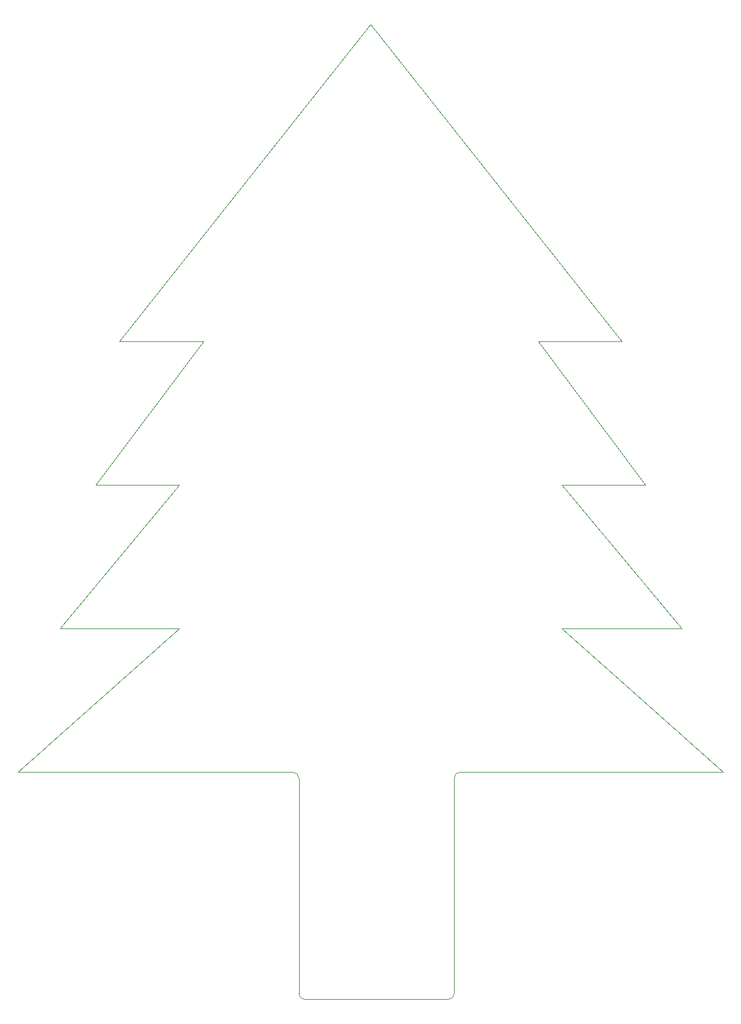
<source format=gbr>
%TF.GenerationSoftware,KiCad,Pcbnew,5.1.8*%
%TF.CreationDate,2020-12-03T20:02:01+01:00*%
%TF.ProjectId,christmas_board,63687269-7374-46d6-9173-5f626f617264,rev?*%
%TF.SameCoordinates,Original*%
%TF.FileFunction,Profile,NP*%
%FSLAX46Y46*%
G04 Gerber Fmt 4.6, Leading zero omitted, Abs format (unit mm)*
G04 Created by KiCad (PCBNEW 5.1.8) date 2020-12-03 20:02:01*
%MOMM*%
%LPD*%
G01*
G04 APERTURE LIST*
%TA.AperFunction,Profile*%
%ADD10C,0.050000*%
%TD*%
G04 APERTURE END LIST*
D10*
X137318750Y-144462500D02*
G75*
G02*
X136525000Y-143668750I0J793750D01*
G01*
X135731250Y-114300000D02*
G75*
G02*
X136525000Y-115093750I0J-793750D01*
G01*
X157162500Y-115093750D02*
G75*
G02*
X157956250Y-114300000I793750J0D01*
G01*
X157162500Y-143668750D02*
G75*
G02*
X156368750Y-144462500I-793750J0D01*
G01*
X157162500Y-143668750D02*
X157162500Y-115093750D01*
X136525000Y-115093750D02*
X136525000Y-143668750D01*
X109537500Y-76200000D02*
X123825000Y-57150000D01*
X135731250Y-114300000D02*
X99218750Y-114300000D01*
X99218750Y-114300000D02*
X120650000Y-95250000D01*
X120650000Y-95250000D02*
X104775000Y-95250000D01*
X112712500Y-57150000D02*
X146050000Y-15081250D01*
X120650000Y-76200000D02*
X109537500Y-76200000D01*
X123825000Y-57150000D02*
X112712500Y-57150000D01*
X104775000Y-95250000D02*
X120650000Y-76200000D01*
X179387500Y-57150000D02*
X146050000Y-15081250D01*
X168275000Y-57150000D02*
X179387500Y-57150000D01*
X182562500Y-76200000D02*
X168275000Y-57150000D01*
X171450000Y-76200000D02*
X182562500Y-76200000D01*
X187325000Y-95250000D02*
X171450000Y-76200000D01*
X171450000Y-95250000D02*
X187325000Y-95250000D01*
X192881250Y-114300000D02*
X171450000Y-95250000D01*
X157956250Y-114300000D02*
X192881250Y-114300000D01*
X137318750Y-144462500D02*
X156368750Y-144462500D01*
M02*

</source>
